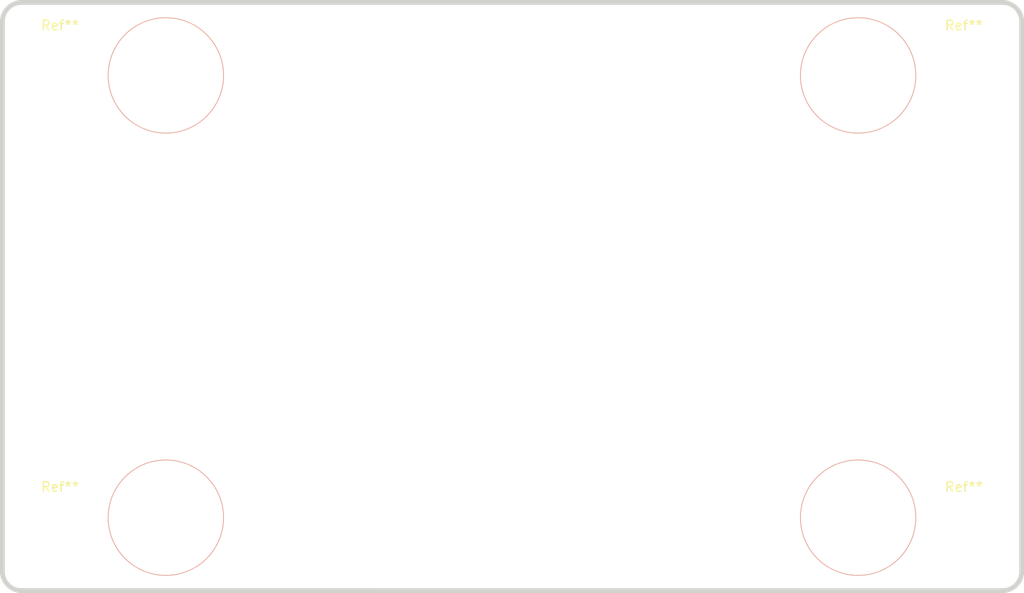
<source format=kicad_pcb>
(kicad_pcb (version 20240108) (generator "pcbnew") (generator_version "8.0")
  (layers (0 "F.Cu" signal) (31 "B.Cu" signal) (34 "B.Paste" user) (35 "F.Paste" user) (36 "B.SilkS" user "B.Silkscreen") (37 "F.SilkS" user "F.Silkscreen") (38 "B.Mask" user) (39 "F.Mask" user) (44 "Edge.Cuts" user))
  (net 0 "")
  (footprint "MountingHole:MountingHole_3.2mm_M3" (layer "F.Cu") (at 38 92)
    (property "Reference" "Ref**" (at 0 -4.2 0) (layer "F.SilkS"))
    (property "Value" "Val**")
    (pad "" np_thru_hole circle (at 0 0) (size 3.2 3.2) (drill 3.2) (layers "*.Cu" "*.Mask"))
  )
  (footprint "MountingHole:MountingHole_3.2mm_M3" (layer "F.Cu") (at 132 92)
    (property "Reference" "Ref**" (at 0 -4.2 0) (layer "F.SilkS"))
    (property "Value" "Val**")
    (pad "" np_thru_hole circle (at 0 0) (size 3.2 3.2) (drill 3.2) (layers "*.Cu" "*.Mask"))
  )
  (footprint "MountingHole:MountingHole_3.2mm_M3" (layer "F.Cu") (at 132 44)
    (property "Reference" "Ref**" (at 0 -4.2 0) (layer "F.SilkS"))
    (property "Value" "Val**")
    (pad "" np_thru_hole circle (at 0 0) (size 3.2 3.2) (drill 3.2) (layers "*.Cu" "*.Mask"))
  )
  (footprint "MountingHole:MountingHole_3.2mm_M3" (layer "F.Cu") (at 38 44)
    (property "Reference" "Ref**" (at 0 -4.2 0) (layer "F.SilkS"))
    (property "Value" "Val**")
    (pad "" np_thru_hole circle (at 0 0) (size 3.2 3.2) (drill 3.2) (layers "*.Cu" "*.Mask"))
  )
  (gr_circle (center 121 91) (end 121 97) (stroke (width 0.1)) (fill none) (layer "B.SilkS"))
  (gr_circle (center 49 45) (end 49 51) (stroke (width 0.1)) (fill none) (layer "B.SilkS"))
  (gr_circle (center 121 45) (end 121 51) (stroke (width 0.1)) (fill none) (layer "B.SilkS"))
  (gr_circle (center 49 91) (end 49 97) (stroke (width 0.1)) (fill none) (layer "B.SilkS"))
  (gr_arc (start 32 39.419605) (mid 32.583553 38) (end 34 37.408822) (stroke (width 0.5)) (layer "Edge.Cuts"))
  (gr_line (start 32 96.584358) (end 32 39.419605) (stroke (width 0.5)) (layer "Edge.Cuts"))
  (gr_line (start 138.012376 96.585762) (end 138.012376 39.41421) (stroke (width 0.5)) (layer "Edge.Cuts"))
  (gr_arc (start 34.000017 98.587207) (mid 32.585205 98) (end 32 96.584358) (stroke (width 0.5)) (layer "Edge.Cuts"))
  (gr_line (start 34.000017 98.577849) (end 136.012378 98.585812) (stroke (width 0.5)) (layer "Edge.Cuts"))
  (gr_arc (start 136.004284 37.406069) (mid 137.424229 37.99425) (end 138.012376 39.41421) (stroke (width 0.5)) (layer "Edge.Cuts"))
  (gr_line (start 136.004284 37.408787) (end 34 37.408822) (stroke (width 0.5)) (layer "Edge.Cuts"))
  (gr_arc (start 138.012376 96.585762) (mid 137.426601 98) (end 136.012378 98.585812) (stroke (width 0.5)) (layer "Edge.Cuts"))
)
</source>
